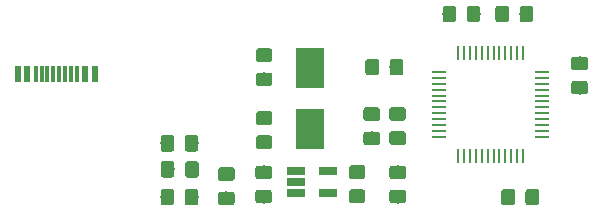
<source format=gbr>
G04 #@! TF.GenerationSoftware,KiCad,Pcbnew,5.0.1*
G04 #@! TF.CreationDate,2019-02-06T13:48:55+01:00*
G04 #@! TF.ProjectId,keypad,6B65797061642E6B696361645F706362,rev?*
G04 #@! TF.SameCoordinates,Original*
G04 #@! TF.FileFunction,Paste,Top*
G04 #@! TF.FilePolarity,Positive*
%FSLAX46Y46*%
G04 Gerber Fmt 4.6, Leading zero omitted, Abs format (unit mm)*
G04 Created by KiCad (PCBNEW 5.0.1) date Wed 06 Feb 2019 01:48:55 PM CET*
%MOMM*%
%LPD*%
G01*
G04 APERTURE LIST*
%ADD10C,0.100000*%
%ADD11C,1.150000*%
%ADD12R,1.300000X0.250000*%
%ADD13R,0.250000X1.300000*%
%ADD14R,1.560000X0.650000*%
%ADD15R,2.400000X3.500000*%
%ADD16R,0.300000X1.450000*%
%ADD17R,0.600000X1.450000*%
G04 APERTURE END LIST*
D10*
G04 #@! TO.C,C1*
G36*
X177249505Y-53201204D02*
X177273773Y-53204804D01*
X177297572Y-53210765D01*
X177320671Y-53219030D01*
X177342850Y-53229520D01*
X177363893Y-53242132D01*
X177383599Y-53256747D01*
X177401777Y-53273223D01*
X177418253Y-53291401D01*
X177432868Y-53311107D01*
X177445480Y-53332150D01*
X177455970Y-53354329D01*
X177464235Y-53377428D01*
X177470196Y-53401227D01*
X177473796Y-53425495D01*
X177475000Y-53449999D01*
X177475000Y-54350001D01*
X177473796Y-54374505D01*
X177470196Y-54398773D01*
X177464235Y-54422572D01*
X177455970Y-54445671D01*
X177445480Y-54467850D01*
X177432868Y-54488893D01*
X177418253Y-54508599D01*
X177401777Y-54526777D01*
X177383599Y-54543253D01*
X177363893Y-54557868D01*
X177342850Y-54570480D01*
X177320671Y-54580970D01*
X177297572Y-54589235D01*
X177273773Y-54595196D01*
X177249505Y-54598796D01*
X177225001Y-54600000D01*
X176574999Y-54600000D01*
X176550495Y-54598796D01*
X176526227Y-54595196D01*
X176502428Y-54589235D01*
X176479329Y-54580970D01*
X176457150Y-54570480D01*
X176436107Y-54557868D01*
X176416401Y-54543253D01*
X176398223Y-54526777D01*
X176381747Y-54508599D01*
X176367132Y-54488893D01*
X176354520Y-54467850D01*
X176344030Y-54445671D01*
X176335765Y-54422572D01*
X176329804Y-54398773D01*
X176326204Y-54374505D01*
X176325000Y-54350001D01*
X176325000Y-53449999D01*
X176326204Y-53425495D01*
X176329804Y-53401227D01*
X176335765Y-53377428D01*
X176344030Y-53354329D01*
X176354520Y-53332150D01*
X176367132Y-53311107D01*
X176381747Y-53291401D01*
X176398223Y-53273223D01*
X176416401Y-53256747D01*
X176436107Y-53242132D01*
X176457150Y-53229520D01*
X176479329Y-53219030D01*
X176502428Y-53210765D01*
X176526227Y-53204804D01*
X176550495Y-53201204D01*
X176574999Y-53200000D01*
X177225001Y-53200000D01*
X177249505Y-53201204D01*
X177249505Y-53201204D01*
G37*
D11*
X176900000Y-53900000D03*
D10*
G36*
X175199505Y-53201204D02*
X175223773Y-53204804D01*
X175247572Y-53210765D01*
X175270671Y-53219030D01*
X175292850Y-53229520D01*
X175313893Y-53242132D01*
X175333599Y-53256747D01*
X175351777Y-53273223D01*
X175368253Y-53291401D01*
X175382868Y-53311107D01*
X175395480Y-53332150D01*
X175405970Y-53354329D01*
X175414235Y-53377428D01*
X175420196Y-53401227D01*
X175423796Y-53425495D01*
X175425000Y-53449999D01*
X175425000Y-54350001D01*
X175423796Y-54374505D01*
X175420196Y-54398773D01*
X175414235Y-54422572D01*
X175405970Y-54445671D01*
X175395480Y-54467850D01*
X175382868Y-54488893D01*
X175368253Y-54508599D01*
X175351777Y-54526777D01*
X175333599Y-54543253D01*
X175313893Y-54557868D01*
X175292850Y-54570480D01*
X175270671Y-54580970D01*
X175247572Y-54589235D01*
X175223773Y-54595196D01*
X175199505Y-54598796D01*
X175175001Y-54600000D01*
X174524999Y-54600000D01*
X174500495Y-54598796D01*
X174476227Y-54595196D01*
X174452428Y-54589235D01*
X174429329Y-54580970D01*
X174407150Y-54570480D01*
X174386107Y-54557868D01*
X174366401Y-54543253D01*
X174348223Y-54526777D01*
X174331747Y-54508599D01*
X174317132Y-54488893D01*
X174304520Y-54467850D01*
X174294030Y-54445671D01*
X174285765Y-54422572D01*
X174279804Y-54398773D01*
X174276204Y-54374505D01*
X174275000Y-54350001D01*
X174275000Y-53449999D01*
X174276204Y-53425495D01*
X174279804Y-53401227D01*
X174285765Y-53377428D01*
X174294030Y-53354329D01*
X174304520Y-53332150D01*
X174317132Y-53311107D01*
X174331747Y-53291401D01*
X174348223Y-53273223D01*
X174366401Y-53256747D01*
X174386107Y-53242132D01*
X174407150Y-53229520D01*
X174429329Y-53219030D01*
X174452428Y-53210765D01*
X174476227Y-53204804D01*
X174500495Y-53201204D01*
X174524999Y-53200000D01*
X175175001Y-53200000D01*
X175199505Y-53201204D01*
X175199505Y-53201204D01*
G37*
D11*
X174850000Y-53900000D03*
G04 #@! TD*
D10*
G04 #@! TO.C,C2*
G36*
X181374505Y-44051204D02*
X181398773Y-44054804D01*
X181422572Y-44060765D01*
X181445671Y-44069030D01*
X181467850Y-44079520D01*
X181488893Y-44092132D01*
X181508599Y-44106747D01*
X181526777Y-44123223D01*
X181543253Y-44141401D01*
X181557868Y-44161107D01*
X181570480Y-44182150D01*
X181580970Y-44204329D01*
X181589235Y-44227428D01*
X181595196Y-44251227D01*
X181598796Y-44275495D01*
X181600000Y-44299999D01*
X181600000Y-44950001D01*
X181598796Y-44974505D01*
X181595196Y-44998773D01*
X181589235Y-45022572D01*
X181580970Y-45045671D01*
X181570480Y-45067850D01*
X181557868Y-45088893D01*
X181543253Y-45108599D01*
X181526777Y-45126777D01*
X181508599Y-45143253D01*
X181488893Y-45157868D01*
X181467850Y-45170480D01*
X181445671Y-45180970D01*
X181422572Y-45189235D01*
X181398773Y-45195196D01*
X181374505Y-45198796D01*
X181350001Y-45200000D01*
X180449999Y-45200000D01*
X180425495Y-45198796D01*
X180401227Y-45195196D01*
X180377428Y-45189235D01*
X180354329Y-45180970D01*
X180332150Y-45170480D01*
X180311107Y-45157868D01*
X180291401Y-45143253D01*
X180273223Y-45126777D01*
X180256747Y-45108599D01*
X180242132Y-45088893D01*
X180229520Y-45067850D01*
X180219030Y-45045671D01*
X180210765Y-45022572D01*
X180204804Y-44998773D01*
X180201204Y-44974505D01*
X180200000Y-44950001D01*
X180200000Y-44299999D01*
X180201204Y-44275495D01*
X180204804Y-44251227D01*
X180210765Y-44227428D01*
X180219030Y-44204329D01*
X180229520Y-44182150D01*
X180242132Y-44161107D01*
X180256747Y-44141401D01*
X180273223Y-44123223D01*
X180291401Y-44106747D01*
X180311107Y-44092132D01*
X180332150Y-44079520D01*
X180354329Y-44069030D01*
X180377428Y-44060765D01*
X180401227Y-44054804D01*
X180425495Y-44051204D01*
X180449999Y-44050000D01*
X181350001Y-44050000D01*
X181374505Y-44051204D01*
X181374505Y-44051204D01*
G37*
D11*
X180900000Y-44625000D03*
D10*
G36*
X181374505Y-42001204D02*
X181398773Y-42004804D01*
X181422572Y-42010765D01*
X181445671Y-42019030D01*
X181467850Y-42029520D01*
X181488893Y-42042132D01*
X181508599Y-42056747D01*
X181526777Y-42073223D01*
X181543253Y-42091401D01*
X181557868Y-42111107D01*
X181570480Y-42132150D01*
X181580970Y-42154329D01*
X181589235Y-42177428D01*
X181595196Y-42201227D01*
X181598796Y-42225495D01*
X181600000Y-42249999D01*
X181600000Y-42900001D01*
X181598796Y-42924505D01*
X181595196Y-42948773D01*
X181589235Y-42972572D01*
X181580970Y-42995671D01*
X181570480Y-43017850D01*
X181557868Y-43038893D01*
X181543253Y-43058599D01*
X181526777Y-43076777D01*
X181508599Y-43093253D01*
X181488893Y-43107868D01*
X181467850Y-43120480D01*
X181445671Y-43130970D01*
X181422572Y-43139235D01*
X181398773Y-43145196D01*
X181374505Y-43148796D01*
X181350001Y-43150000D01*
X180449999Y-43150000D01*
X180425495Y-43148796D01*
X180401227Y-43145196D01*
X180377428Y-43139235D01*
X180354329Y-43130970D01*
X180332150Y-43120480D01*
X180311107Y-43107868D01*
X180291401Y-43093253D01*
X180273223Y-43076777D01*
X180256747Y-43058599D01*
X180242132Y-43038893D01*
X180229520Y-43017850D01*
X180219030Y-42995671D01*
X180210765Y-42972572D01*
X180204804Y-42948773D01*
X180201204Y-42924505D01*
X180200000Y-42900001D01*
X180200000Y-42249999D01*
X180201204Y-42225495D01*
X180204804Y-42201227D01*
X180210765Y-42177428D01*
X180219030Y-42154329D01*
X180229520Y-42132150D01*
X180242132Y-42111107D01*
X180256747Y-42091401D01*
X180273223Y-42073223D01*
X180291401Y-42056747D01*
X180311107Y-42042132D01*
X180332150Y-42029520D01*
X180354329Y-42019030D01*
X180377428Y-42010765D01*
X180401227Y-42004804D01*
X180425495Y-42001204D01*
X180449999Y-42000000D01*
X181350001Y-42000000D01*
X181374505Y-42001204D01*
X181374505Y-42001204D01*
G37*
D11*
X180900000Y-42575000D03*
G04 #@! TD*
D10*
G04 #@! TO.C,C3*
G36*
X170224505Y-37701204D02*
X170248773Y-37704804D01*
X170272572Y-37710765D01*
X170295671Y-37719030D01*
X170317850Y-37729520D01*
X170338893Y-37742132D01*
X170358599Y-37756747D01*
X170376777Y-37773223D01*
X170393253Y-37791401D01*
X170407868Y-37811107D01*
X170420480Y-37832150D01*
X170430970Y-37854329D01*
X170439235Y-37877428D01*
X170445196Y-37901227D01*
X170448796Y-37925495D01*
X170450000Y-37949999D01*
X170450000Y-38850001D01*
X170448796Y-38874505D01*
X170445196Y-38898773D01*
X170439235Y-38922572D01*
X170430970Y-38945671D01*
X170420480Y-38967850D01*
X170407868Y-38988893D01*
X170393253Y-39008599D01*
X170376777Y-39026777D01*
X170358599Y-39043253D01*
X170338893Y-39057868D01*
X170317850Y-39070480D01*
X170295671Y-39080970D01*
X170272572Y-39089235D01*
X170248773Y-39095196D01*
X170224505Y-39098796D01*
X170200001Y-39100000D01*
X169549999Y-39100000D01*
X169525495Y-39098796D01*
X169501227Y-39095196D01*
X169477428Y-39089235D01*
X169454329Y-39080970D01*
X169432150Y-39070480D01*
X169411107Y-39057868D01*
X169391401Y-39043253D01*
X169373223Y-39026777D01*
X169356747Y-39008599D01*
X169342132Y-38988893D01*
X169329520Y-38967850D01*
X169319030Y-38945671D01*
X169310765Y-38922572D01*
X169304804Y-38898773D01*
X169301204Y-38874505D01*
X169300000Y-38850001D01*
X169300000Y-37949999D01*
X169301204Y-37925495D01*
X169304804Y-37901227D01*
X169310765Y-37877428D01*
X169319030Y-37854329D01*
X169329520Y-37832150D01*
X169342132Y-37811107D01*
X169356747Y-37791401D01*
X169373223Y-37773223D01*
X169391401Y-37756747D01*
X169411107Y-37742132D01*
X169432150Y-37729520D01*
X169454329Y-37719030D01*
X169477428Y-37710765D01*
X169501227Y-37704804D01*
X169525495Y-37701204D01*
X169549999Y-37700000D01*
X170200001Y-37700000D01*
X170224505Y-37701204D01*
X170224505Y-37701204D01*
G37*
D11*
X169875000Y-38400000D03*
D10*
G36*
X172274505Y-37701204D02*
X172298773Y-37704804D01*
X172322572Y-37710765D01*
X172345671Y-37719030D01*
X172367850Y-37729520D01*
X172388893Y-37742132D01*
X172408599Y-37756747D01*
X172426777Y-37773223D01*
X172443253Y-37791401D01*
X172457868Y-37811107D01*
X172470480Y-37832150D01*
X172480970Y-37854329D01*
X172489235Y-37877428D01*
X172495196Y-37901227D01*
X172498796Y-37925495D01*
X172500000Y-37949999D01*
X172500000Y-38850001D01*
X172498796Y-38874505D01*
X172495196Y-38898773D01*
X172489235Y-38922572D01*
X172480970Y-38945671D01*
X172470480Y-38967850D01*
X172457868Y-38988893D01*
X172443253Y-39008599D01*
X172426777Y-39026777D01*
X172408599Y-39043253D01*
X172388893Y-39057868D01*
X172367850Y-39070480D01*
X172345671Y-39080970D01*
X172322572Y-39089235D01*
X172298773Y-39095196D01*
X172274505Y-39098796D01*
X172250001Y-39100000D01*
X171599999Y-39100000D01*
X171575495Y-39098796D01*
X171551227Y-39095196D01*
X171527428Y-39089235D01*
X171504329Y-39080970D01*
X171482150Y-39070480D01*
X171461107Y-39057868D01*
X171441401Y-39043253D01*
X171423223Y-39026777D01*
X171406747Y-39008599D01*
X171392132Y-38988893D01*
X171379520Y-38967850D01*
X171369030Y-38945671D01*
X171360765Y-38922572D01*
X171354804Y-38898773D01*
X171351204Y-38874505D01*
X171350000Y-38850001D01*
X171350000Y-37949999D01*
X171351204Y-37925495D01*
X171354804Y-37901227D01*
X171360765Y-37877428D01*
X171369030Y-37854329D01*
X171379520Y-37832150D01*
X171392132Y-37811107D01*
X171406747Y-37791401D01*
X171423223Y-37773223D01*
X171441401Y-37756747D01*
X171461107Y-37742132D01*
X171482150Y-37729520D01*
X171504329Y-37719030D01*
X171527428Y-37710765D01*
X171551227Y-37704804D01*
X171575495Y-37701204D01*
X171599999Y-37700000D01*
X172250001Y-37700000D01*
X172274505Y-37701204D01*
X172274505Y-37701204D01*
G37*
D11*
X171925000Y-38400000D03*
G04 #@! TD*
D10*
G04 #@! TO.C,C4*
G36*
X165974505Y-46276204D02*
X165998773Y-46279804D01*
X166022572Y-46285765D01*
X166045671Y-46294030D01*
X166067850Y-46304520D01*
X166088893Y-46317132D01*
X166108599Y-46331747D01*
X166126777Y-46348223D01*
X166143253Y-46366401D01*
X166157868Y-46386107D01*
X166170480Y-46407150D01*
X166180970Y-46429329D01*
X166189235Y-46452428D01*
X166195196Y-46476227D01*
X166198796Y-46500495D01*
X166200000Y-46524999D01*
X166200000Y-47175001D01*
X166198796Y-47199505D01*
X166195196Y-47223773D01*
X166189235Y-47247572D01*
X166180970Y-47270671D01*
X166170480Y-47292850D01*
X166157868Y-47313893D01*
X166143253Y-47333599D01*
X166126777Y-47351777D01*
X166108599Y-47368253D01*
X166088893Y-47382868D01*
X166067850Y-47395480D01*
X166045671Y-47405970D01*
X166022572Y-47414235D01*
X165998773Y-47420196D01*
X165974505Y-47423796D01*
X165950001Y-47425000D01*
X165049999Y-47425000D01*
X165025495Y-47423796D01*
X165001227Y-47420196D01*
X164977428Y-47414235D01*
X164954329Y-47405970D01*
X164932150Y-47395480D01*
X164911107Y-47382868D01*
X164891401Y-47368253D01*
X164873223Y-47351777D01*
X164856747Y-47333599D01*
X164842132Y-47313893D01*
X164829520Y-47292850D01*
X164819030Y-47270671D01*
X164810765Y-47247572D01*
X164804804Y-47223773D01*
X164801204Y-47199505D01*
X164800000Y-47175001D01*
X164800000Y-46524999D01*
X164801204Y-46500495D01*
X164804804Y-46476227D01*
X164810765Y-46452428D01*
X164819030Y-46429329D01*
X164829520Y-46407150D01*
X164842132Y-46386107D01*
X164856747Y-46366401D01*
X164873223Y-46348223D01*
X164891401Y-46331747D01*
X164911107Y-46317132D01*
X164932150Y-46304520D01*
X164954329Y-46294030D01*
X164977428Y-46285765D01*
X165001227Y-46279804D01*
X165025495Y-46276204D01*
X165049999Y-46275000D01*
X165950001Y-46275000D01*
X165974505Y-46276204D01*
X165974505Y-46276204D01*
G37*
D11*
X165500000Y-46850000D03*
D10*
G36*
X165974505Y-48326204D02*
X165998773Y-48329804D01*
X166022572Y-48335765D01*
X166045671Y-48344030D01*
X166067850Y-48354520D01*
X166088893Y-48367132D01*
X166108599Y-48381747D01*
X166126777Y-48398223D01*
X166143253Y-48416401D01*
X166157868Y-48436107D01*
X166170480Y-48457150D01*
X166180970Y-48479329D01*
X166189235Y-48502428D01*
X166195196Y-48526227D01*
X166198796Y-48550495D01*
X166200000Y-48574999D01*
X166200000Y-49225001D01*
X166198796Y-49249505D01*
X166195196Y-49273773D01*
X166189235Y-49297572D01*
X166180970Y-49320671D01*
X166170480Y-49342850D01*
X166157868Y-49363893D01*
X166143253Y-49383599D01*
X166126777Y-49401777D01*
X166108599Y-49418253D01*
X166088893Y-49432868D01*
X166067850Y-49445480D01*
X166045671Y-49455970D01*
X166022572Y-49464235D01*
X165998773Y-49470196D01*
X165974505Y-49473796D01*
X165950001Y-49475000D01*
X165049999Y-49475000D01*
X165025495Y-49473796D01*
X165001227Y-49470196D01*
X164977428Y-49464235D01*
X164954329Y-49455970D01*
X164932150Y-49445480D01*
X164911107Y-49432868D01*
X164891401Y-49418253D01*
X164873223Y-49401777D01*
X164856747Y-49383599D01*
X164842132Y-49363893D01*
X164829520Y-49342850D01*
X164819030Y-49320671D01*
X164810765Y-49297572D01*
X164804804Y-49273773D01*
X164801204Y-49249505D01*
X164800000Y-49225001D01*
X164800000Y-48574999D01*
X164801204Y-48550495D01*
X164804804Y-48526227D01*
X164810765Y-48502428D01*
X164819030Y-48479329D01*
X164829520Y-48457150D01*
X164842132Y-48436107D01*
X164856747Y-48416401D01*
X164873223Y-48398223D01*
X164891401Y-48381747D01*
X164911107Y-48367132D01*
X164932150Y-48354520D01*
X164954329Y-48344030D01*
X164977428Y-48335765D01*
X165001227Y-48329804D01*
X165025495Y-48326204D01*
X165049999Y-48325000D01*
X165950001Y-48325000D01*
X165974505Y-48326204D01*
X165974505Y-48326204D01*
G37*
D11*
X165500000Y-48900000D03*
G04 #@! TD*
D10*
G04 #@! TO.C,C5*
G36*
X163774505Y-48351204D02*
X163798773Y-48354804D01*
X163822572Y-48360765D01*
X163845671Y-48369030D01*
X163867850Y-48379520D01*
X163888893Y-48392132D01*
X163908599Y-48406747D01*
X163926777Y-48423223D01*
X163943253Y-48441401D01*
X163957868Y-48461107D01*
X163970480Y-48482150D01*
X163980970Y-48504329D01*
X163989235Y-48527428D01*
X163995196Y-48551227D01*
X163998796Y-48575495D01*
X164000000Y-48599999D01*
X164000000Y-49250001D01*
X163998796Y-49274505D01*
X163995196Y-49298773D01*
X163989235Y-49322572D01*
X163980970Y-49345671D01*
X163970480Y-49367850D01*
X163957868Y-49388893D01*
X163943253Y-49408599D01*
X163926777Y-49426777D01*
X163908599Y-49443253D01*
X163888893Y-49457868D01*
X163867850Y-49470480D01*
X163845671Y-49480970D01*
X163822572Y-49489235D01*
X163798773Y-49495196D01*
X163774505Y-49498796D01*
X163750001Y-49500000D01*
X162849999Y-49500000D01*
X162825495Y-49498796D01*
X162801227Y-49495196D01*
X162777428Y-49489235D01*
X162754329Y-49480970D01*
X162732150Y-49470480D01*
X162711107Y-49457868D01*
X162691401Y-49443253D01*
X162673223Y-49426777D01*
X162656747Y-49408599D01*
X162642132Y-49388893D01*
X162629520Y-49367850D01*
X162619030Y-49345671D01*
X162610765Y-49322572D01*
X162604804Y-49298773D01*
X162601204Y-49274505D01*
X162600000Y-49250001D01*
X162600000Y-48599999D01*
X162601204Y-48575495D01*
X162604804Y-48551227D01*
X162610765Y-48527428D01*
X162619030Y-48504329D01*
X162629520Y-48482150D01*
X162642132Y-48461107D01*
X162656747Y-48441401D01*
X162673223Y-48423223D01*
X162691401Y-48406747D01*
X162711107Y-48392132D01*
X162732150Y-48379520D01*
X162754329Y-48369030D01*
X162777428Y-48360765D01*
X162801227Y-48354804D01*
X162825495Y-48351204D01*
X162849999Y-48350000D01*
X163750001Y-48350000D01*
X163774505Y-48351204D01*
X163774505Y-48351204D01*
G37*
D11*
X163300000Y-48925000D03*
D10*
G36*
X163774505Y-46301204D02*
X163798773Y-46304804D01*
X163822572Y-46310765D01*
X163845671Y-46319030D01*
X163867850Y-46329520D01*
X163888893Y-46342132D01*
X163908599Y-46356747D01*
X163926777Y-46373223D01*
X163943253Y-46391401D01*
X163957868Y-46411107D01*
X163970480Y-46432150D01*
X163980970Y-46454329D01*
X163989235Y-46477428D01*
X163995196Y-46501227D01*
X163998796Y-46525495D01*
X164000000Y-46549999D01*
X164000000Y-47200001D01*
X163998796Y-47224505D01*
X163995196Y-47248773D01*
X163989235Y-47272572D01*
X163980970Y-47295671D01*
X163970480Y-47317850D01*
X163957868Y-47338893D01*
X163943253Y-47358599D01*
X163926777Y-47376777D01*
X163908599Y-47393253D01*
X163888893Y-47407868D01*
X163867850Y-47420480D01*
X163845671Y-47430970D01*
X163822572Y-47439235D01*
X163798773Y-47445196D01*
X163774505Y-47448796D01*
X163750001Y-47450000D01*
X162849999Y-47450000D01*
X162825495Y-47448796D01*
X162801227Y-47445196D01*
X162777428Y-47439235D01*
X162754329Y-47430970D01*
X162732150Y-47420480D01*
X162711107Y-47407868D01*
X162691401Y-47393253D01*
X162673223Y-47376777D01*
X162656747Y-47358599D01*
X162642132Y-47338893D01*
X162629520Y-47317850D01*
X162619030Y-47295671D01*
X162610765Y-47272572D01*
X162604804Y-47248773D01*
X162601204Y-47224505D01*
X162600000Y-47200001D01*
X162600000Y-46549999D01*
X162601204Y-46525495D01*
X162604804Y-46501227D01*
X162610765Y-46477428D01*
X162619030Y-46454329D01*
X162629520Y-46432150D01*
X162642132Y-46411107D01*
X162656747Y-46391401D01*
X162673223Y-46373223D01*
X162691401Y-46356747D01*
X162711107Y-46342132D01*
X162732150Y-46329520D01*
X162754329Y-46319030D01*
X162777428Y-46310765D01*
X162801227Y-46304804D01*
X162825495Y-46301204D01*
X162849999Y-46300000D01*
X163750001Y-46300000D01*
X163774505Y-46301204D01*
X163774505Y-46301204D01*
G37*
D11*
X163300000Y-46875000D03*
G04 #@! TD*
D10*
G04 #@! TO.C,C6*
G36*
X154674505Y-43351204D02*
X154698773Y-43354804D01*
X154722572Y-43360765D01*
X154745671Y-43369030D01*
X154767850Y-43379520D01*
X154788893Y-43392132D01*
X154808599Y-43406747D01*
X154826777Y-43423223D01*
X154843253Y-43441401D01*
X154857868Y-43461107D01*
X154870480Y-43482150D01*
X154880970Y-43504329D01*
X154889235Y-43527428D01*
X154895196Y-43551227D01*
X154898796Y-43575495D01*
X154900000Y-43599999D01*
X154900000Y-44250001D01*
X154898796Y-44274505D01*
X154895196Y-44298773D01*
X154889235Y-44322572D01*
X154880970Y-44345671D01*
X154870480Y-44367850D01*
X154857868Y-44388893D01*
X154843253Y-44408599D01*
X154826777Y-44426777D01*
X154808599Y-44443253D01*
X154788893Y-44457868D01*
X154767850Y-44470480D01*
X154745671Y-44480970D01*
X154722572Y-44489235D01*
X154698773Y-44495196D01*
X154674505Y-44498796D01*
X154650001Y-44500000D01*
X153749999Y-44500000D01*
X153725495Y-44498796D01*
X153701227Y-44495196D01*
X153677428Y-44489235D01*
X153654329Y-44480970D01*
X153632150Y-44470480D01*
X153611107Y-44457868D01*
X153591401Y-44443253D01*
X153573223Y-44426777D01*
X153556747Y-44408599D01*
X153542132Y-44388893D01*
X153529520Y-44367850D01*
X153519030Y-44345671D01*
X153510765Y-44322572D01*
X153504804Y-44298773D01*
X153501204Y-44274505D01*
X153500000Y-44250001D01*
X153500000Y-43599999D01*
X153501204Y-43575495D01*
X153504804Y-43551227D01*
X153510765Y-43527428D01*
X153519030Y-43504329D01*
X153529520Y-43482150D01*
X153542132Y-43461107D01*
X153556747Y-43441401D01*
X153573223Y-43423223D01*
X153591401Y-43406747D01*
X153611107Y-43392132D01*
X153632150Y-43379520D01*
X153654329Y-43369030D01*
X153677428Y-43360765D01*
X153701227Y-43354804D01*
X153725495Y-43351204D01*
X153749999Y-43350000D01*
X154650001Y-43350000D01*
X154674505Y-43351204D01*
X154674505Y-43351204D01*
G37*
D11*
X154200000Y-43925000D03*
D10*
G36*
X154674505Y-41301204D02*
X154698773Y-41304804D01*
X154722572Y-41310765D01*
X154745671Y-41319030D01*
X154767850Y-41329520D01*
X154788893Y-41342132D01*
X154808599Y-41356747D01*
X154826777Y-41373223D01*
X154843253Y-41391401D01*
X154857868Y-41411107D01*
X154870480Y-41432150D01*
X154880970Y-41454329D01*
X154889235Y-41477428D01*
X154895196Y-41501227D01*
X154898796Y-41525495D01*
X154900000Y-41549999D01*
X154900000Y-42200001D01*
X154898796Y-42224505D01*
X154895196Y-42248773D01*
X154889235Y-42272572D01*
X154880970Y-42295671D01*
X154870480Y-42317850D01*
X154857868Y-42338893D01*
X154843253Y-42358599D01*
X154826777Y-42376777D01*
X154808599Y-42393253D01*
X154788893Y-42407868D01*
X154767850Y-42420480D01*
X154745671Y-42430970D01*
X154722572Y-42439235D01*
X154698773Y-42445196D01*
X154674505Y-42448796D01*
X154650001Y-42450000D01*
X153749999Y-42450000D01*
X153725495Y-42448796D01*
X153701227Y-42445196D01*
X153677428Y-42439235D01*
X153654329Y-42430970D01*
X153632150Y-42420480D01*
X153611107Y-42407868D01*
X153591401Y-42393253D01*
X153573223Y-42376777D01*
X153556747Y-42358599D01*
X153542132Y-42338893D01*
X153529520Y-42317850D01*
X153519030Y-42295671D01*
X153510765Y-42272572D01*
X153504804Y-42248773D01*
X153501204Y-42224505D01*
X153500000Y-42200001D01*
X153500000Y-41549999D01*
X153501204Y-41525495D01*
X153504804Y-41501227D01*
X153510765Y-41477428D01*
X153519030Y-41454329D01*
X153529520Y-41432150D01*
X153542132Y-41411107D01*
X153556747Y-41391401D01*
X153573223Y-41373223D01*
X153591401Y-41356747D01*
X153611107Y-41342132D01*
X153632150Y-41329520D01*
X153654329Y-41319030D01*
X153677428Y-41310765D01*
X153701227Y-41304804D01*
X153725495Y-41301204D01*
X153749999Y-41300000D01*
X154650001Y-41300000D01*
X154674505Y-41301204D01*
X154674505Y-41301204D01*
G37*
D11*
X154200000Y-41875000D03*
G04 #@! TD*
D10*
G04 #@! TO.C,C7*
G36*
X154674505Y-46626204D02*
X154698773Y-46629804D01*
X154722572Y-46635765D01*
X154745671Y-46644030D01*
X154767850Y-46654520D01*
X154788893Y-46667132D01*
X154808599Y-46681747D01*
X154826777Y-46698223D01*
X154843253Y-46716401D01*
X154857868Y-46736107D01*
X154870480Y-46757150D01*
X154880970Y-46779329D01*
X154889235Y-46802428D01*
X154895196Y-46826227D01*
X154898796Y-46850495D01*
X154900000Y-46874999D01*
X154900000Y-47525001D01*
X154898796Y-47549505D01*
X154895196Y-47573773D01*
X154889235Y-47597572D01*
X154880970Y-47620671D01*
X154870480Y-47642850D01*
X154857868Y-47663893D01*
X154843253Y-47683599D01*
X154826777Y-47701777D01*
X154808599Y-47718253D01*
X154788893Y-47732868D01*
X154767850Y-47745480D01*
X154745671Y-47755970D01*
X154722572Y-47764235D01*
X154698773Y-47770196D01*
X154674505Y-47773796D01*
X154650001Y-47775000D01*
X153749999Y-47775000D01*
X153725495Y-47773796D01*
X153701227Y-47770196D01*
X153677428Y-47764235D01*
X153654329Y-47755970D01*
X153632150Y-47745480D01*
X153611107Y-47732868D01*
X153591401Y-47718253D01*
X153573223Y-47701777D01*
X153556747Y-47683599D01*
X153542132Y-47663893D01*
X153529520Y-47642850D01*
X153519030Y-47620671D01*
X153510765Y-47597572D01*
X153504804Y-47573773D01*
X153501204Y-47549505D01*
X153500000Y-47525001D01*
X153500000Y-46874999D01*
X153501204Y-46850495D01*
X153504804Y-46826227D01*
X153510765Y-46802428D01*
X153519030Y-46779329D01*
X153529520Y-46757150D01*
X153542132Y-46736107D01*
X153556747Y-46716401D01*
X153573223Y-46698223D01*
X153591401Y-46681747D01*
X153611107Y-46667132D01*
X153632150Y-46654520D01*
X153654329Y-46644030D01*
X153677428Y-46635765D01*
X153701227Y-46629804D01*
X153725495Y-46626204D01*
X153749999Y-46625000D01*
X154650001Y-46625000D01*
X154674505Y-46626204D01*
X154674505Y-46626204D01*
G37*
D11*
X154200000Y-47200000D03*
D10*
G36*
X154674505Y-48676204D02*
X154698773Y-48679804D01*
X154722572Y-48685765D01*
X154745671Y-48694030D01*
X154767850Y-48704520D01*
X154788893Y-48717132D01*
X154808599Y-48731747D01*
X154826777Y-48748223D01*
X154843253Y-48766401D01*
X154857868Y-48786107D01*
X154870480Y-48807150D01*
X154880970Y-48829329D01*
X154889235Y-48852428D01*
X154895196Y-48876227D01*
X154898796Y-48900495D01*
X154900000Y-48924999D01*
X154900000Y-49575001D01*
X154898796Y-49599505D01*
X154895196Y-49623773D01*
X154889235Y-49647572D01*
X154880970Y-49670671D01*
X154870480Y-49692850D01*
X154857868Y-49713893D01*
X154843253Y-49733599D01*
X154826777Y-49751777D01*
X154808599Y-49768253D01*
X154788893Y-49782868D01*
X154767850Y-49795480D01*
X154745671Y-49805970D01*
X154722572Y-49814235D01*
X154698773Y-49820196D01*
X154674505Y-49823796D01*
X154650001Y-49825000D01*
X153749999Y-49825000D01*
X153725495Y-49823796D01*
X153701227Y-49820196D01*
X153677428Y-49814235D01*
X153654329Y-49805970D01*
X153632150Y-49795480D01*
X153611107Y-49782868D01*
X153591401Y-49768253D01*
X153573223Y-49751777D01*
X153556747Y-49733599D01*
X153542132Y-49713893D01*
X153529520Y-49692850D01*
X153519030Y-49670671D01*
X153510765Y-49647572D01*
X153504804Y-49623773D01*
X153501204Y-49599505D01*
X153500000Y-49575001D01*
X153500000Y-48924999D01*
X153501204Y-48900495D01*
X153504804Y-48876227D01*
X153510765Y-48852428D01*
X153519030Y-48829329D01*
X153529520Y-48807150D01*
X153542132Y-48786107D01*
X153556747Y-48766401D01*
X153573223Y-48748223D01*
X153591401Y-48731747D01*
X153611107Y-48717132D01*
X153632150Y-48704520D01*
X153654329Y-48694030D01*
X153677428Y-48685765D01*
X153701227Y-48679804D01*
X153725495Y-48676204D01*
X153749999Y-48675000D01*
X154650001Y-48675000D01*
X154674505Y-48676204D01*
X154674505Y-48676204D01*
G37*
D11*
X154200000Y-49250000D03*
G04 #@! TD*
D10*
G04 #@! TO.C,C8*
G36*
X163699505Y-42201204D02*
X163723773Y-42204804D01*
X163747572Y-42210765D01*
X163770671Y-42219030D01*
X163792850Y-42229520D01*
X163813893Y-42242132D01*
X163833599Y-42256747D01*
X163851777Y-42273223D01*
X163868253Y-42291401D01*
X163882868Y-42311107D01*
X163895480Y-42332150D01*
X163905970Y-42354329D01*
X163914235Y-42377428D01*
X163920196Y-42401227D01*
X163923796Y-42425495D01*
X163925000Y-42449999D01*
X163925000Y-43350001D01*
X163923796Y-43374505D01*
X163920196Y-43398773D01*
X163914235Y-43422572D01*
X163905970Y-43445671D01*
X163895480Y-43467850D01*
X163882868Y-43488893D01*
X163868253Y-43508599D01*
X163851777Y-43526777D01*
X163833599Y-43543253D01*
X163813893Y-43557868D01*
X163792850Y-43570480D01*
X163770671Y-43580970D01*
X163747572Y-43589235D01*
X163723773Y-43595196D01*
X163699505Y-43598796D01*
X163675001Y-43600000D01*
X163024999Y-43600000D01*
X163000495Y-43598796D01*
X162976227Y-43595196D01*
X162952428Y-43589235D01*
X162929329Y-43580970D01*
X162907150Y-43570480D01*
X162886107Y-43557868D01*
X162866401Y-43543253D01*
X162848223Y-43526777D01*
X162831747Y-43508599D01*
X162817132Y-43488893D01*
X162804520Y-43467850D01*
X162794030Y-43445671D01*
X162785765Y-43422572D01*
X162779804Y-43398773D01*
X162776204Y-43374505D01*
X162775000Y-43350001D01*
X162775000Y-42449999D01*
X162776204Y-42425495D01*
X162779804Y-42401227D01*
X162785765Y-42377428D01*
X162794030Y-42354329D01*
X162804520Y-42332150D01*
X162817132Y-42311107D01*
X162831747Y-42291401D01*
X162848223Y-42273223D01*
X162866401Y-42256747D01*
X162886107Y-42242132D01*
X162907150Y-42229520D01*
X162929329Y-42219030D01*
X162952428Y-42210765D01*
X162976227Y-42204804D01*
X163000495Y-42201204D01*
X163024999Y-42200000D01*
X163675001Y-42200000D01*
X163699505Y-42201204D01*
X163699505Y-42201204D01*
G37*
D11*
X163350000Y-42900000D03*
D10*
G36*
X165749505Y-42201204D02*
X165773773Y-42204804D01*
X165797572Y-42210765D01*
X165820671Y-42219030D01*
X165842850Y-42229520D01*
X165863893Y-42242132D01*
X165883599Y-42256747D01*
X165901777Y-42273223D01*
X165918253Y-42291401D01*
X165932868Y-42311107D01*
X165945480Y-42332150D01*
X165955970Y-42354329D01*
X165964235Y-42377428D01*
X165970196Y-42401227D01*
X165973796Y-42425495D01*
X165975000Y-42449999D01*
X165975000Y-43350001D01*
X165973796Y-43374505D01*
X165970196Y-43398773D01*
X165964235Y-43422572D01*
X165955970Y-43445671D01*
X165945480Y-43467850D01*
X165932868Y-43488893D01*
X165918253Y-43508599D01*
X165901777Y-43526777D01*
X165883599Y-43543253D01*
X165863893Y-43557868D01*
X165842850Y-43570480D01*
X165820671Y-43580970D01*
X165797572Y-43589235D01*
X165773773Y-43595196D01*
X165749505Y-43598796D01*
X165725001Y-43600000D01*
X165074999Y-43600000D01*
X165050495Y-43598796D01*
X165026227Y-43595196D01*
X165002428Y-43589235D01*
X164979329Y-43580970D01*
X164957150Y-43570480D01*
X164936107Y-43557868D01*
X164916401Y-43543253D01*
X164898223Y-43526777D01*
X164881747Y-43508599D01*
X164867132Y-43488893D01*
X164854520Y-43467850D01*
X164844030Y-43445671D01*
X164835765Y-43422572D01*
X164829804Y-43398773D01*
X164826204Y-43374505D01*
X164825000Y-43350001D01*
X164825000Y-42449999D01*
X164826204Y-42425495D01*
X164829804Y-42401227D01*
X164835765Y-42377428D01*
X164844030Y-42354329D01*
X164854520Y-42332150D01*
X164867132Y-42311107D01*
X164881747Y-42291401D01*
X164898223Y-42273223D01*
X164916401Y-42256747D01*
X164936107Y-42242132D01*
X164957150Y-42229520D01*
X164979329Y-42219030D01*
X165002428Y-42210765D01*
X165026227Y-42204804D01*
X165050495Y-42201204D01*
X165074999Y-42200000D01*
X165725001Y-42200000D01*
X165749505Y-42201204D01*
X165749505Y-42201204D01*
G37*
D11*
X165400000Y-42900000D03*
G04 #@! TD*
D10*
G04 #@! TO.C,R1*
G36*
X148399505Y-53201204D02*
X148423773Y-53204804D01*
X148447572Y-53210765D01*
X148470671Y-53219030D01*
X148492850Y-53229520D01*
X148513893Y-53242132D01*
X148533599Y-53256747D01*
X148551777Y-53273223D01*
X148568253Y-53291401D01*
X148582868Y-53311107D01*
X148595480Y-53332150D01*
X148605970Y-53354329D01*
X148614235Y-53377428D01*
X148620196Y-53401227D01*
X148623796Y-53425495D01*
X148625000Y-53449999D01*
X148625000Y-54350001D01*
X148623796Y-54374505D01*
X148620196Y-54398773D01*
X148614235Y-54422572D01*
X148605970Y-54445671D01*
X148595480Y-54467850D01*
X148582868Y-54488893D01*
X148568253Y-54508599D01*
X148551777Y-54526777D01*
X148533599Y-54543253D01*
X148513893Y-54557868D01*
X148492850Y-54570480D01*
X148470671Y-54580970D01*
X148447572Y-54589235D01*
X148423773Y-54595196D01*
X148399505Y-54598796D01*
X148375001Y-54600000D01*
X147724999Y-54600000D01*
X147700495Y-54598796D01*
X147676227Y-54595196D01*
X147652428Y-54589235D01*
X147629329Y-54580970D01*
X147607150Y-54570480D01*
X147586107Y-54557868D01*
X147566401Y-54543253D01*
X147548223Y-54526777D01*
X147531747Y-54508599D01*
X147517132Y-54488893D01*
X147504520Y-54467850D01*
X147494030Y-54445671D01*
X147485765Y-54422572D01*
X147479804Y-54398773D01*
X147476204Y-54374505D01*
X147475000Y-54350001D01*
X147475000Y-53449999D01*
X147476204Y-53425495D01*
X147479804Y-53401227D01*
X147485765Y-53377428D01*
X147494030Y-53354329D01*
X147504520Y-53332150D01*
X147517132Y-53311107D01*
X147531747Y-53291401D01*
X147548223Y-53273223D01*
X147566401Y-53256747D01*
X147586107Y-53242132D01*
X147607150Y-53229520D01*
X147629329Y-53219030D01*
X147652428Y-53210765D01*
X147676227Y-53204804D01*
X147700495Y-53201204D01*
X147724999Y-53200000D01*
X148375001Y-53200000D01*
X148399505Y-53201204D01*
X148399505Y-53201204D01*
G37*
D11*
X148050000Y-53900000D03*
D10*
G36*
X146349505Y-53201204D02*
X146373773Y-53204804D01*
X146397572Y-53210765D01*
X146420671Y-53219030D01*
X146442850Y-53229520D01*
X146463893Y-53242132D01*
X146483599Y-53256747D01*
X146501777Y-53273223D01*
X146518253Y-53291401D01*
X146532868Y-53311107D01*
X146545480Y-53332150D01*
X146555970Y-53354329D01*
X146564235Y-53377428D01*
X146570196Y-53401227D01*
X146573796Y-53425495D01*
X146575000Y-53449999D01*
X146575000Y-54350001D01*
X146573796Y-54374505D01*
X146570196Y-54398773D01*
X146564235Y-54422572D01*
X146555970Y-54445671D01*
X146545480Y-54467850D01*
X146532868Y-54488893D01*
X146518253Y-54508599D01*
X146501777Y-54526777D01*
X146483599Y-54543253D01*
X146463893Y-54557868D01*
X146442850Y-54570480D01*
X146420671Y-54580970D01*
X146397572Y-54589235D01*
X146373773Y-54595196D01*
X146349505Y-54598796D01*
X146325001Y-54600000D01*
X145674999Y-54600000D01*
X145650495Y-54598796D01*
X145626227Y-54595196D01*
X145602428Y-54589235D01*
X145579329Y-54580970D01*
X145557150Y-54570480D01*
X145536107Y-54557868D01*
X145516401Y-54543253D01*
X145498223Y-54526777D01*
X145481747Y-54508599D01*
X145467132Y-54488893D01*
X145454520Y-54467850D01*
X145444030Y-54445671D01*
X145435765Y-54422572D01*
X145429804Y-54398773D01*
X145426204Y-54374505D01*
X145425000Y-54350001D01*
X145425000Y-53449999D01*
X145426204Y-53425495D01*
X145429804Y-53401227D01*
X145435765Y-53377428D01*
X145444030Y-53354329D01*
X145454520Y-53332150D01*
X145467132Y-53311107D01*
X145481747Y-53291401D01*
X145498223Y-53273223D01*
X145516401Y-53256747D01*
X145536107Y-53242132D01*
X145557150Y-53229520D01*
X145579329Y-53219030D01*
X145602428Y-53210765D01*
X145626227Y-53204804D01*
X145650495Y-53201204D01*
X145674999Y-53200000D01*
X146325001Y-53200000D01*
X146349505Y-53201204D01*
X146349505Y-53201204D01*
G37*
D11*
X146000000Y-53900000D03*
G04 #@! TD*
D10*
G04 #@! TO.C,R4*
G36*
X176749505Y-37701204D02*
X176773773Y-37704804D01*
X176797572Y-37710765D01*
X176820671Y-37719030D01*
X176842850Y-37729520D01*
X176863893Y-37742132D01*
X176883599Y-37756747D01*
X176901777Y-37773223D01*
X176918253Y-37791401D01*
X176932868Y-37811107D01*
X176945480Y-37832150D01*
X176955970Y-37854329D01*
X176964235Y-37877428D01*
X176970196Y-37901227D01*
X176973796Y-37925495D01*
X176975000Y-37949999D01*
X176975000Y-38850001D01*
X176973796Y-38874505D01*
X176970196Y-38898773D01*
X176964235Y-38922572D01*
X176955970Y-38945671D01*
X176945480Y-38967850D01*
X176932868Y-38988893D01*
X176918253Y-39008599D01*
X176901777Y-39026777D01*
X176883599Y-39043253D01*
X176863893Y-39057868D01*
X176842850Y-39070480D01*
X176820671Y-39080970D01*
X176797572Y-39089235D01*
X176773773Y-39095196D01*
X176749505Y-39098796D01*
X176725001Y-39100000D01*
X176074999Y-39100000D01*
X176050495Y-39098796D01*
X176026227Y-39095196D01*
X176002428Y-39089235D01*
X175979329Y-39080970D01*
X175957150Y-39070480D01*
X175936107Y-39057868D01*
X175916401Y-39043253D01*
X175898223Y-39026777D01*
X175881747Y-39008599D01*
X175867132Y-38988893D01*
X175854520Y-38967850D01*
X175844030Y-38945671D01*
X175835765Y-38922572D01*
X175829804Y-38898773D01*
X175826204Y-38874505D01*
X175825000Y-38850001D01*
X175825000Y-37949999D01*
X175826204Y-37925495D01*
X175829804Y-37901227D01*
X175835765Y-37877428D01*
X175844030Y-37854329D01*
X175854520Y-37832150D01*
X175867132Y-37811107D01*
X175881747Y-37791401D01*
X175898223Y-37773223D01*
X175916401Y-37756747D01*
X175936107Y-37742132D01*
X175957150Y-37729520D01*
X175979329Y-37719030D01*
X176002428Y-37710765D01*
X176026227Y-37704804D01*
X176050495Y-37701204D01*
X176074999Y-37700000D01*
X176725001Y-37700000D01*
X176749505Y-37701204D01*
X176749505Y-37701204D01*
G37*
D11*
X176400000Y-38400000D03*
D10*
G36*
X174699505Y-37701204D02*
X174723773Y-37704804D01*
X174747572Y-37710765D01*
X174770671Y-37719030D01*
X174792850Y-37729520D01*
X174813893Y-37742132D01*
X174833599Y-37756747D01*
X174851777Y-37773223D01*
X174868253Y-37791401D01*
X174882868Y-37811107D01*
X174895480Y-37832150D01*
X174905970Y-37854329D01*
X174914235Y-37877428D01*
X174920196Y-37901227D01*
X174923796Y-37925495D01*
X174925000Y-37949999D01*
X174925000Y-38850001D01*
X174923796Y-38874505D01*
X174920196Y-38898773D01*
X174914235Y-38922572D01*
X174905970Y-38945671D01*
X174895480Y-38967850D01*
X174882868Y-38988893D01*
X174868253Y-39008599D01*
X174851777Y-39026777D01*
X174833599Y-39043253D01*
X174813893Y-39057868D01*
X174792850Y-39070480D01*
X174770671Y-39080970D01*
X174747572Y-39089235D01*
X174723773Y-39095196D01*
X174699505Y-39098796D01*
X174675001Y-39100000D01*
X174024999Y-39100000D01*
X174000495Y-39098796D01*
X173976227Y-39095196D01*
X173952428Y-39089235D01*
X173929329Y-39080970D01*
X173907150Y-39070480D01*
X173886107Y-39057868D01*
X173866401Y-39043253D01*
X173848223Y-39026777D01*
X173831747Y-39008599D01*
X173817132Y-38988893D01*
X173804520Y-38967850D01*
X173794030Y-38945671D01*
X173785765Y-38922572D01*
X173779804Y-38898773D01*
X173776204Y-38874505D01*
X173775000Y-38850001D01*
X173775000Y-37949999D01*
X173776204Y-37925495D01*
X173779804Y-37901227D01*
X173785765Y-37877428D01*
X173794030Y-37854329D01*
X173804520Y-37832150D01*
X173817132Y-37811107D01*
X173831747Y-37791401D01*
X173848223Y-37773223D01*
X173866401Y-37756747D01*
X173886107Y-37742132D01*
X173907150Y-37729520D01*
X173929329Y-37719030D01*
X173952428Y-37710765D01*
X173976227Y-37704804D01*
X174000495Y-37701204D01*
X174024999Y-37700000D01*
X174675001Y-37700000D01*
X174699505Y-37701204D01*
X174699505Y-37701204D01*
G37*
D11*
X174350000Y-38400000D03*
G04 #@! TD*
D10*
G04 #@! TO.C,C9*
G36*
X154624505Y-51226204D02*
X154648773Y-51229804D01*
X154672572Y-51235765D01*
X154695671Y-51244030D01*
X154717850Y-51254520D01*
X154738893Y-51267132D01*
X154758599Y-51281747D01*
X154776777Y-51298223D01*
X154793253Y-51316401D01*
X154807868Y-51336107D01*
X154820480Y-51357150D01*
X154830970Y-51379329D01*
X154839235Y-51402428D01*
X154845196Y-51426227D01*
X154848796Y-51450495D01*
X154850000Y-51474999D01*
X154850000Y-52125001D01*
X154848796Y-52149505D01*
X154845196Y-52173773D01*
X154839235Y-52197572D01*
X154830970Y-52220671D01*
X154820480Y-52242850D01*
X154807868Y-52263893D01*
X154793253Y-52283599D01*
X154776777Y-52301777D01*
X154758599Y-52318253D01*
X154738893Y-52332868D01*
X154717850Y-52345480D01*
X154695671Y-52355970D01*
X154672572Y-52364235D01*
X154648773Y-52370196D01*
X154624505Y-52373796D01*
X154600001Y-52375000D01*
X153699999Y-52375000D01*
X153675495Y-52373796D01*
X153651227Y-52370196D01*
X153627428Y-52364235D01*
X153604329Y-52355970D01*
X153582150Y-52345480D01*
X153561107Y-52332868D01*
X153541401Y-52318253D01*
X153523223Y-52301777D01*
X153506747Y-52283599D01*
X153492132Y-52263893D01*
X153479520Y-52242850D01*
X153469030Y-52220671D01*
X153460765Y-52197572D01*
X153454804Y-52173773D01*
X153451204Y-52149505D01*
X153450000Y-52125001D01*
X153450000Y-51474999D01*
X153451204Y-51450495D01*
X153454804Y-51426227D01*
X153460765Y-51402428D01*
X153469030Y-51379329D01*
X153479520Y-51357150D01*
X153492132Y-51336107D01*
X153506747Y-51316401D01*
X153523223Y-51298223D01*
X153541401Y-51281747D01*
X153561107Y-51267132D01*
X153582150Y-51254520D01*
X153604329Y-51244030D01*
X153627428Y-51235765D01*
X153651227Y-51229804D01*
X153675495Y-51226204D01*
X153699999Y-51225000D01*
X154600001Y-51225000D01*
X154624505Y-51226204D01*
X154624505Y-51226204D01*
G37*
D11*
X154150000Y-51800000D03*
D10*
G36*
X154624505Y-53276204D02*
X154648773Y-53279804D01*
X154672572Y-53285765D01*
X154695671Y-53294030D01*
X154717850Y-53304520D01*
X154738893Y-53317132D01*
X154758599Y-53331747D01*
X154776777Y-53348223D01*
X154793253Y-53366401D01*
X154807868Y-53386107D01*
X154820480Y-53407150D01*
X154830970Y-53429329D01*
X154839235Y-53452428D01*
X154845196Y-53476227D01*
X154848796Y-53500495D01*
X154850000Y-53524999D01*
X154850000Y-54175001D01*
X154848796Y-54199505D01*
X154845196Y-54223773D01*
X154839235Y-54247572D01*
X154830970Y-54270671D01*
X154820480Y-54292850D01*
X154807868Y-54313893D01*
X154793253Y-54333599D01*
X154776777Y-54351777D01*
X154758599Y-54368253D01*
X154738893Y-54382868D01*
X154717850Y-54395480D01*
X154695671Y-54405970D01*
X154672572Y-54414235D01*
X154648773Y-54420196D01*
X154624505Y-54423796D01*
X154600001Y-54425000D01*
X153699999Y-54425000D01*
X153675495Y-54423796D01*
X153651227Y-54420196D01*
X153627428Y-54414235D01*
X153604329Y-54405970D01*
X153582150Y-54395480D01*
X153561107Y-54382868D01*
X153541401Y-54368253D01*
X153523223Y-54351777D01*
X153506747Y-54333599D01*
X153492132Y-54313893D01*
X153479520Y-54292850D01*
X153469030Y-54270671D01*
X153460765Y-54247572D01*
X153454804Y-54223773D01*
X153451204Y-54199505D01*
X153450000Y-54175001D01*
X153450000Y-53524999D01*
X153451204Y-53500495D01*
X153454804Y-53476227D01*
X153460765Y-53452428D01*
X153469030Y-53429329D01*
X153479520Y-53407150D01*
X153492132Y-53386107D01*
X153506747Y-53366401D01*
X153523223Y-53348223D01*
X153541401Y-53331747D01*
X153561107Y-53317132D01*
X153582150Y-53304520D01*
X153604329Y-53294030D01*
X153627428Y-53285765D01*
X153651227Y-53279804D01*
X153675495Y-53276204D01*
X153699999Y-53275000D01*
X154600001Y-53275000D01*
X154624505Y-53276204D01*
X154624505Y-53276204D01*
G37*
D11*
X154150000Y-53850000D03*
G04 #@! TD*
D10*
G04 #@! TO.C,C10*
G36*
X162549505Y-53251204D02*
X162573773Y-53254804D01*
X162597572Y-53260765D01*
X162620671Y-53269030D01*
X162642850Y-53279520D01*
X162663893Y-53292132D01*
X162683599Y-53306747D01*
X162701777Y-53323223D01*
X162718253Y-53341401D01*
X162732868Y-53361107D01*
X162745480Y-53382150D01*
X162755970Y-53404329D01*
X162764235Y-53427428D01*
X162770196Y-53451227D01*
X162773796Y-53475495D01*
X162775000Y-53499999D01*
X162775000Y-54150001D01*
X162773796Y-54174505D01*
X162770196Y-54198773D01*
X162764235Y-54222572D01*
X162755970Y-54245671D01*
X162745480Y-54267850D01*
X162732868Y-54288893D01*
X162718253Y-54308599D01*
X162701777Y-54326777D01*
X162683599Y-54343253D01*
X162663893Y-54357868D01*
X162642850Y-54370480D01*
X162620671Y-54380970D01*
X162597572Y-54389235D01*
X162573773Y-54395196D01*
X162549505Y-54398796D01*
X162525001Y-54400000D01*
X161624999Y-54400000D01*
X161600495Y-54398796D01*
X161576227Y-54395196D01*
X161552428Y-54389235D01*
X161529329Y-54380970D01*
X161507150Y-54370480D01*
X161486107Y-54357868D01*
X161466401Y-54343253D01*
X161448223Y-54326777D01*
X161431747Y-54308599D01*
X161417132Y-54288893D01*
X161404520Y-54267850D01*
X161394030Y-54245671D01*
X161385765Y-54222572D01*
X161379804Y-54198773D01*
X161376204Y-54174505D01*
X161375000Y-54150001D01*
X161375000Y-53499999D01*
X161376204Y-53475495D01*
X161379804Y-53451227D01*
X161385765Y-53427428D01*
X161394030Y-53404329D01*
X161404520Y-53382150D01*
X161417132Y-53361107D01*
X161431747Y-53341401D01*
X161448223Y-53323223D01*
X161466401Y-53306747D01*
X161486107Y-53292132D01*
X161507150Y-53279520D01*
X161529329Y-53269030D01*
X161552428Y-53260765D01*
X161576227Y-53254804D01*
X161600495Y-53251204D01*
X161624999Y-53250000D01*
X162525001Y-53250000D01*
X162549505Y-53251204D01*
X162549505Y-53251204D01*
G37*
D11*
X162075000Y-53825000D03*
D10*
G36*
X162549505Y-51201204D02*
X162573773Y-51204804D01*
X162597572Y-51210765D01*
X162620671Y-51219030D01*
X162642850Y-51229520D01*
X162663893Y-51242132D01*
X162683599Y-51256747D01*
X162701777Y-51273223D01*
X162718253Y-51291401D01*
X162732868Y-51311107D01*
X162745480Y-51332150D01*
X162755970Y-51354329D01*
X162764235Y-51377428D01*
X162770196Y-51401227D01*
X162773796Y-51425495D01*
X162775000Y-51449999D01*
X162775000Y-52100001D01*
X162773796Y-52124505D01*
X162770196Y-52148773D01*
X162764235Y-52172572D01*
X162755970Y-52195671D01*
X162745480Y-52217850D01*
X162732868Y-52238893D01*
X162718253Y-52258599D01*
X162701777Y-52276777D01*
X162683599Y-52293253D01*
X162663893Y-52307868D01*
X162642850Y-52320480D01*
X162620671Y-52330970D01*
X162597572Y-52339235D01*
X162573773Y-52345196D01*
X162549505Y-52348796D01*
X162525001Y-52350000D01*
X161624999Y-52350000D01*
X161600495Y-52348796D01*
X161576227Y-52345196D01*
X161552428Y-52339235D01*
X161529329Y-52330970D01*
X161507150Y-52320480D01*
X161486107Y-52307868D01*
X161466401Y-52293253D01*
X161448223Y-52276777D01*
X161431747Y-52258599D01*
X161417132Y-52238893D01*
X161404520Y-52217850D01*
X161394030Y-52195671D01*
X161385765Y-52172572D01*
X161379804Y-52148773D01*
X161376204Y-52124505D01*
X161375000Y-52100001D01*
X161375000Y-51449999D01*
X161376204Y-51425495D01*
X161379804Y-51401227D01*
X161385765Y-51377428D01*
X161394030Y-51354329D01*
X161404520Y-51332150D01*
X161417132Y-51311107D01*
X161431747Y-51291401D01*
X161448223Y-51273223D01*
X161466401Y-51256747D01*
X161486107Y-51242132D01*
X161507150Y-51229520D01*
X161529329Y-51219030D01*
X161552428Y-51210765D01*
X161576227Y-51204804D01*
X161600495Y-51201204D01*
X161624999Y-51200000D01*
X162525001Y-51200000D01*
X162549505Y-51201204D01*
X162549505Y-51201204D01*
G37*
D11*
X162075000Y-51775000D03*
G04 #@! TD*
D10*
G04 #@! TO.C,R5*
G36*
X165974505Y-53276204D02*
X165998773Y-53279804D01*
X166022572Y-53285765D01*
X166045671Y-53294030D01*
X166067850Y-53304520D01*
X166088893Y-53317132D01*
X166108599Y-53331747D01*
X166126777Y-53348223D01*
X166143253Y-53366401D01*
X166157868Y-53386107D01*
X166170480Y-53407150D01*
X166180970Y-53429329D01*
X166189235Y-53452428D01*
X166195196Y-53476227D01*
X166198796Y-53500495D01*
X166200000Y-53524999D01*
X166200000Y-54175001D01*
X166198796Y-54199505D01*
X166195196Y-54223773D01*
X166189235Y-54247572D01*
X166180970Y-54270671D01*
X166170480Y-54292850D01*
X166157868Y-54313893D01*
X166143253Y-54333599D01*
X166126777Y-54351777D01*
X166108599Y-54368253D01*
X166088893Y-54382868D01*
X166067850Y-54395480D01*
X166045671Y-54405970D01*
X166022572Y-54414235D01*
X165998773Y-54420196D01*
X165974505Y-54423796D01*
X165950001Y-54425000D01*
X165049999Y-54425000D01*
X165025495Y-54423796D01*
X165001227Y-54420196D01*
X164977428Y-54414235D01*
X164954329Y-54405970D01*
X164932150Y-54395480D01*
X164911107Y-54382868D01*
X164891401Y-54368253D01*
X164873223Y-54351777D01*
X164856747Y-54333599D01*
X164842132Y-54313893D01*
X164829520Y-54292850D01*
X164819030Y-54270671D01*
X164810765Y-54247572D01*
X164804804Y-54223773D01*
X164801204Y-54199505D01*
X164800000Y-54175001D01*
X164800000Y-53524999D01*
X164801204Y-53500495D01*
X164804804Y-53476227D01*
X164810765Y-53452428D01*
X164819030Y-53429329D01*
X164829520Y-53407150D01*
X164842132Y-53386107D01*
X164856747Y-53366401D01*
X164873223Y-53348223D01*
X164891401Y-53331747D01*
X164911107Y-53317132D01*
X164932150Y-53304520D01*
X164954329Y-53294030D01*
X164977428Y-53285765D01*
X165001227Y-53279804D01*
X165025495Y-53276204D01*
X165049999Y-53275000D01*
X165950001Y-53275000D01*
X165974505Y-53276204D01*
X165974505Y-53276204D01*
G37*
D11*
X165500000Y-53850000D03*
D10*
G36*
X165974505Y-51226204D02*
X165998773Y-51229804D01*
X166022572Y-51235765D01*
X166045671Y-51244030D01*
X166067850Y-51254520D01*
X166088893Y-51267132D01*
X166108599Y-51281747D01*
X166126777Y-51298223D01*
X166143253Y-51316401D01*
X166157868Y-51336107D01*
X166170480Y-51357150D01*
X166180970Y-51379329D01*
X166189235Y-51402428D01*
X166195196Y-51426227D01*
X166198796Y-51450495D01*
X166200000Y-51474999D01*
X166200000Y-52125001D01*
X166198796Y-52149505D01*
X166195196Y-52173773D01*
X166189235Y-52197572D01*
X166180970Y-52220671D01*
X166170480Y-52242850D01*
X166157868Y-52263893D01*
X166143253Y-52283599D01*
X166126777Y-52301777D01*
X166108599Y-52318253D01*
X166088893Y-52332868D01*
X166067850Y-52345480D01*
X166045671Y-52355970D01*
X166022572Y-52364235D01*
X165998773Y-52370196D01*
X165974505Y-52373796D01*
X165950001Y-52375000D01*
X165049999Y-52375000D01*
X165025495Y-52373796D01*
X165001227Y-52370196D01*
X164977428Y-52364235D01*
X164954329Y-52355970D01*
X164932150Y-52345480D01*
X164911107Y-52332868D01*
X164891401Y-52318253D01*
X164873223Y-52301777D01*
X164856747Y-52283599D01*
X164842132Y-52263893D01*
X164829520Y-52242850D01*
X164819030Y-52220671D01*
X164810765Y-52197572D01*
X164804804Y-52173773D01*
X164801204Y-52149505D01*
X164800000Y-52125001D01*
X164800000Y-51474999D01*
X164801204Y-51450495D01*
X164804804Y-51426227D01*
X164810765Y-51402428D01*
X164819030Y-51379329D01*
X164829520Y-51357150D01*
X164842132Y-51336107D01*
X164856747Y-51316401D01*
X164873223Y-51298223D01*
X164891401Y-51281747D01*
X164911107Y-51267132D01*
X164932150Y-51254520D01*
X164954329Y-51244030D01*
X164977428Y-51235765D01*
X165001227Y-51229804D01*
X165025495Y-51226204D01*
X165049999Y-51225000D01*
X165950001Y-51225000D01*
X165974505Y-51226204D01*
X165974505Y-51226204D01*
G37*
D11*
X165500000Y-51800000D03*
G04 #@! TD*
D12*
G04 #@! TO.C,U1*
X169025000Y-43300000D03*
X169025000Y-43800000D03*
X169025000Y-44300000D03*
X169025000Y-44800000D03*
X169025000Y-45300000D03*
X169025000Y-45800000D03*
X169025000Y-46300000D03*
X169025000Y-46800000D03*
X169025000Y-47300000D03*
X169025000Y-47800000D03*
X169025000Y-48300000D03*
X169025000Y-48800000D03*
D13*
X170625000Y-50400000D03*
X171125000Y-50400000D03*
X171625000Y-50400000D03*
X172125000Y-50400000D03*
X172625000Y-50400000D03*
X173125000Y-50400000D03*
X173625000Y-50400000D03*
X174125000Y-50400000D03*
X174625000Y-50400000D03*
X175125000Y-50400000D03*
X175625000Y-50400000D03*
X176125000Y-50400000D03*
D12*
X177725000Y-48800000D03*
X177725000Y-48300000D03*
X177725000Y-47800000D03*
X177725000Y-47300000D03*
X177725000Y-46800000D03*
X177725000Y-46300000D03*
X177725000Y-45800000D03*
X177725000Y-45300000D03*
X177725000Y-44800000D03*
X177725000Y-44300000D03*
X177725000Y-43800000D03*
X177725000Y-43300000D03*
D13*
X176125000Y-41700000D03*
X175625000Y-41700000D03*
X175125000Y-41700000D03*
X174625000Y-41700000D03*
X174125000Y-41700000D03*
X173625000Y-41700000D03*
X173125000Y-41700000D03*
X172625000Y-41700000D03*
X172125000Y-41700000D03*
X171625000Y-41700000D03*
X171125000Y-41700000D03*
X170625000Y-41700000D03*
G04 #@! TD*
D10*
G04 #@! TO.C,D1*
G36*
X151474505Y-51376204D02*
X151498773Y-51379804D01*
X151522572Y-51385765D01*
X151545671Y-51394030D01*
X151567850Y-51404520D01*
X151588893Y-51417132D01*
X151608599Y-51431747D01*
X151626777Y-51448223D01*
X151643253Y-51466401D01*
X151657868Y-51486107D01*
X151670480Y-51507150D01*
X151680970Y-51529329D01*
X151689235Y-51552428D01*
X151695196Y-51576227D01*
X151698796Y-51600495D01*
X151700000Y-51624999D01*
X151700000Y-52275001D01*
X151698796Y-52299505D01*
X151695196Y-52323773D01*
X151689235Y-52347572D01*
X151680970Y-52370671D01*
X151670480Y-52392850D01*
X151657868Y-52413893D01*
X151643253Y-52433599D01*
X151626777Y-52451777D01*
X151608599Y-52468253D01*
X151588893Y-52482868D01*
X151567850Y-52495480D01*
X151545671Y-52505970D01*
X151522572Y-52514235D01*
X151498773Y-52520196D01*
X151474505Y-52523796D01*
X151450001Y-52525000D01*
X150549999Y-52525000D01*
X150525495Y-52523796D01*
X150501227Y-52520196D01*
X150477428Y-52514235D01*
X150454329Y-52505970D01*
X150432150Y-52495480D01*
X150411107Y-52482868D01*
X150391401Y-52468253D01*
X150373223Y-52451777D01*
X150356747Y-52433599D01*
X150342132Y-52413893D01*
X150329520Y-52392850D01*
X150319030Y-52370671D01*
X150310765Y-52347572D01*
X150304804Y-52323773D01*
X150301204Y-52299505D01*
X150300000Y-52275001D01*
X150300000Y-51624999D01*
X150301204Y-51600495D01*
X150304804Y-51576227D01*
X150310765Y-51552428D01*
X150319030Y-51529329D01*
X150329520Y-51507150D01*
X150342132Y-51486107D01*
X150356747Y-51466401D01*
X150373223Y-51448223D01*
X150391401Y-51431747D01*
X150411107Y-51417132D01*
X150432150Y-51404520D01*
X150454329Y-51394030D01*
X150477428Y-51385765D01*
X150501227Y-51379804D01*
X150525495Y-51376204D01*
X150549999Y-51375000D01*
X151450001Y-51375000D01*
X151474505Y-51376204D01*
X151474505Y-51376204D01*
G37*
D11*
X151000000Y-51950000D03*
D10*
G36*
X151474505Y-53426204D02*
X151498773Y-53429804D01*
X151522572Y-53435765D01*
X151545671Y-53444030D01*
X151567850Y-53454520D01*
X151588893Y-53467132D01*
X151608599Y-53481747D01*
X151626777Y-53498223D01*
X151643253Y-53516401D01*
X151657868Y-53536107D01*
X151670480Y-53557150D01*
X151680970Y-53579329D01*
X151689235Y-53602428D01*
X151695196Y-53626227D01*
X151698796Y-53650495D01*
X151700000Y-53674999D01*
X151700000Y-54325001D01*
X151698796Y-54349505D01*
X151695196Y-54373773D01*
X151689235Y-54397572D01*
X151680970Y-54420671D01*
X151670480Y-54442850D01*
X151657868Y-54463893D01*
X151643253Y-54483599D01*
X151626777Y-54501777D01*
X151608599Y-54518253D01*
X151588893Y-54532868D01*
X151567850Y-54545480D01*
X151545671Y-54555970D01*
X151522572Y-54564235D01*
X151498773Y-54570196D01*
X151474505Y-54573796D01*
X151450001Y-54575000D01*
X150549999Y-54575000D01*
X150525495Y-54573796D01*
X150501227Y-54570196D01*
X150477428Y-54564235D01*
X150454329Y-54555970D01*
X150432150Y-54545480D01*
X150411107Y-54532868D01*
X150391401Y-54518253D01*
X150373223Y-54501777D01*
X150356747Y-54483599D01*
X150342132Y-54463893D01*
X150329520Y-54442850D01*
X150319030Y-54420671D01*
X150310765Y-54397572D01*
X150304804Y-54373773D01*
X150301204Y-54349505D01*
X150300000Y-54325001D01*
X150300000Y-53674999D01*
X150301204Y-53650495D01*
X150304804Y-53626227D01*
X150310765Y-53602428D01*
X150319030Y-53579329D01*
X150329520Y-53557150D01*
X150342132Y-53536107D01*
X150356747Y-53516401D01*
X150373223Y-53498223D01*
X150391401Y-53481747D01*
X150411107Y-53467132D01*
X150432150Y-53454520D01*
X150454329Y-53444030D01*
X150477428Y-53435765D01*
X150501227Y-53429804D01*
X150525495Y-53426204D01*
X150549999Y-53425000D01*
X151450001Y-53425000D01*
X151474505Y-53426204D01*
X151474505Y-53426204D01*
G37*
D11*
X151000000Y-54000000D03*
G04 #@! TD*
D10*
G04 #@! TO.C,R10*
G36*
X148399505Y-48651204D02*
X148423773Y-48654804D01*
X148447572Y-48660765D01*
X148470671Y-48669030D01*
X148492850Y-48679520D01*
X148513893Y-48692132D01*
X148533599Y-48706747D01*
X148551777Y-48723223D01*
X148568253Y-48741401D01*
X148582868Y-48761107D01*
X148595480Y-48782150D01*
X148605970Y-48804329D01*
X148614235Y-48827428D01*
X148620196Y-48851227D01*
X148623796Y-48875495D01*
X148625000Y-48899999D01*
X148625000Y-49800001D01*
X148623796Y-49824505D01*
X148620196Y-49848773D01*
X148614235Y-49872572D01*
X148605970Y-49895671D01*
X148595480Y-49917850D01*
X148582868Y-49938893D01*
X148568253Y-49958599D01*
X148551777Y-49976777D01*
X148533599Y-49993253D01*
X148513893Y-50007868D01*
X148492850Y-50020480D01*
X148470671Y-50030970D01*
X148447572Y-50039235D01*
X148423773Y-50045196D01*
X148399505Y-50048796D01*
X148375001Y-50050000D01*
X147724999Y-50050000D01*
X147700495Y-50048796D01*
X147676227Y-50045196D01*
X147652428Y-50039235D01*
X147629329Y-50030970D01*
X147607150Y-50020480D01*
X147586107Y-50007868D01*
X147566401Y-49993253D01*
X147548223Y-49976777D01*
X147531747Y-49958599D01*
X147517132Y-49938893D01*
X147504520Y-49917850D01*
X147494030Y-49895671D01*
X147485765Y-49872572D01*
X147479804Y-49848773D01*
X147476204Y-49824505D01*
X147475000Y-49800001D01*
X147475000Y-48899999D01*
X147476204Y-48875495D01*
X147479804Y-48851227D01*
X147485765Y-48827428D01*
X147494030Y-48804329D01*
X147504520Y-48782150D01*
X147517132Y-48761107D01*
X147531747Y-48741401D01*
X147548223Y-48723223D01*
X147566401Y-48706747D01*
X147586107Y-48692132D01*
X147607150Y-48679520D01*
X147629329Y-48669030D01*
X147652428Y-48660765D01*
X147676227Y-48654804D01*
X147700495Y-48651204D01*
X147724999Y-48650000D01*
X148375001Y-48650000D01*
X148399505Y-48651204D01*
X148399505Y-48651204D01*
G37*
D11*
X148050000Y-49350000D03*
D10*
G36*
X146349505Y-48651204D02*
X146373773Y-48654804D01*
X146397572Y-48660765D01*
X146420671Y-48669030D01*
X146442850Y-48679520D01*
X146463893Y-48692132D01*
X146483599Y-48706747D01*
X146501777Y-48723223D01*
X146518253Y-48741401D01*
X146532868Y-48761107D01*
X146545480Y-48782150D01*
X146555970Y-48804329D01*
X146564235Y-48827428D01*
X146570196Y-48851227D01*
X146573796Y-48875495D01*
X146575000Y-48899999D01*
X146575000Y-49800001D01*
X146573796Y-49824505D01*
X146570196Y-49848773D01*
X146564235Y-49872572D01*
X146555970Y-49895671D01*
X146545480Y-49917850D01*
X146532868Y-49938893D01*
X146518253Y-49958599D01*
X146501777Y-49976777D01*
X146483599Y-49993253D01*
X146463893Y-50007868D01*
X146442850Y-50020480D01*
X146420671Y-50030970D01*
X146397572Y-50039235D01*
X146373773Y-50045196D01*
X146349505Y-50048796D01*
X146325001Y-50050000D01*
X145674999Y-50050000D01*
X145650495Y-50048796D01*
X145626227Y-50045196D01*
X145602428Y-50039235D01*
X145579329Y-50030970D01*
X145557150Y-50020480D01*
X145536107Y-50007868D01*
X145516401Y-49993253D01*
X145498223Y-49976777D01*
X145481747Y-49958599D01*
X145467132Y-49938893D01*
X145454520Y-49917850D01*
X145444030Y-49895671D01*
X145435765Y-49872572D01*
X145429804Y-49848773D01*
X145426204Y-49824505D01*
X145425000Y-49800001D01*
X145425000Y-48899999D01*
X145426204Y-48875495D01*
X145429804Y-48851227D01*
X145435765Y-48827428D01*
X145444030Y-48804329D01*
X145454520Y-48782150D01*
X145467132Y-48761107D01*
X145481747Y-48741401D01*
X145498223Y-48723223D01*
X145516401Y-48706747D01*
X145536107Y-48692132D01*
X145557150Y-48679520D01*
X145579329Y-48669030D01*
X145602428Y-48660765D01*
X145626227Y-48654804D01*
X145650495Y-48651204D01*
X145674999Y-48650000D01*
X146325001Y-48650000D01*
X146349505Y-48651204D01*
X146349505Y-48651204D01*
G37*
D11*
X146000000Y-49350000D03*
G04 #@! TD*
D10*
G04 #@! TO.C,R11*
G36*
X146374505Y-50851204D02*
X146398773Y-50854804D01*
X146422572Y-50860765D01*
X146445671Y-50869030D01*
X146467850Y-50879520D01*
X146488893Y-50892132D01*
X146508599Y-50906747D01*
X146526777Y-50923223D01*
X146543253Y-50941401D01*
X146557868Y-50961107D01*
X146570480Y-50982150D01*
X146580970Y-51004329D01*
X146589235Y-51027428D01*
X146595196Y-51051227D01*
X146598796Y-51075495D01*
X146600000Y-51099999D01*
X146600000Y-52000001D01*
X146598796Y-52024505D01*
X146595196Y-52048773D01*
X146589235Y-52072572D01*
X146580970Y-52095671D01*
X146570480Y-52117850D01*
X146557868Y-52138893D01*
X146543253Y-52158599D01*
X146526777Y-52176777D01*
X146508599Y-52193253D01*
X146488893Y-52207868D01*
X146467850Y-52220480D01*
X146445671Y-52230970D01*
X146422572Y-52239235D01*
X146398773Y-52245196D01*
X146374505Y-52248796D01*
X146350001Y-52250000D01*
X145699999Y-52250000D01*
X145675495Y-52248796D01*
X145651227Y-52245196D01*
X145627428Y-52239235D01*
X145604329Y-52230970D01*
X145582150Y-52220480D01*
X145561107Y-52207868D01*
X145541401Y-52193253D01*
X145523223Y-52176777D01*
X145506747Y-52158599D01*
X145492132Y-52138893D01*
X145479520Y-52117850D01*
X145469030Y-52095671D01*
X145460765Y-52072572D01*
X145454804Y-52048773D01*
X145451204Y-52024505D01*
X145450000Y-52000001D01*
X145450000Y-51099999D01*
X145451204Y-51075495D01*
X145454804Y-51051227D01*
X145460765Y-51027428D01*
X145469030Y-51004329D01*
X145479520Y-50982150D01*
X145492132Y-50961107D01*
X145506747Y-50941401D01*
X145523223Y-50923223D01*
X145541401Y-50906747D01*
X145561107Y-50892132D01*
X145582150Y-50879520D01*
X145604329Y-50869030D01*
X145627428Y-50860765D01*
X145651227Y-50854804D01*
X145675495Y-50851204D01*
X145699999Y-50850000D01*
X146350001Y-50850000D01*
X146374505Y-50851204D01*
X146374505Y-50851204D01*
G37*
D11*
X146025000Y-51550000D03*
D10*
G36*
X148424505Y-50851204D02*
X148448773Y-50854804D01*
X148472572Y-50860765D01*
X148495671Y-50869030D01*
X148517850Y-50879520D01*
X148538893Y-50892132D01*
X148558599Y-50906747D01*
X148576777Y-50923223D01*
X148593253Y-50941401D01*
X148607868Y-50961107D01*
X148620480Y-50982150D01*
X148630970Y-51004329D01*
X148639235Y-51027428D01*
X148645196Y-51051227D01*
X148648796Y-51075495D01*
X148650000Y-51099999D01*
X148650000Y-52000001D01*
X148648796Y-52024505D01*
X148645196Y-52048773D01*
X148639235Y-52072572D01*
X148630970Y-52095671D01*
X148620480Y-52117850D01*
X148607868Y-52138893D01*
X148593253Y-52158599D01*
X148576777Y-52176777D01*
X148558599Y-52193253D01*
X148538893Y-52207868D01*
X148517850Y-52220480D01*
X148495671Y-52230970D01*
X148472572Y-52239235D01*
X148448773Y-52245196D01*
X148424505Y-52248796D01*
X148400001Y-52250000D01*
X147749999Y-52250000D01*
X147725495Y-52248796D01*
X147701227Y-52245196D01*
X147677428Y-52239235D01*
X147654329Y-52230970D01*
X147632150Y-52220480D01*
X147611107Y-52207868D01*
X147591401Y-52193253D01*
X147573223Y-52176777D01*
X147556747Y-52158599D01*
X147542132Y-52138893D01*
X147529520Y-52117850D01*
X147519030Y-52095671D01*
X147510765Y-52072572D01*
X147504804Y-52048773D01*
X147501204Y-52024505D01*
X147500000Y-52000001D01*
X147500000Y-51099999D01*
X147501204Y-51075495D01*
X147504804Y-51051227D01*
X147510765Y-51027428D01*
X147519030Y-51004329D01*
X147529520Y-50982150D01*
X147542132Y-50961107D01*
X147556747Y-50941401D01*
X147573223Y-50923223D01*
X147591401Y-50906747D01*
X147611107Y-50892132D01*
X147632150Y-50879520D01*
X147654329Y-50869030D01*
X147677428Y-50860765D01*
X147701227Y-50854804D01*
X147725495Y-50851204D01*
X147749999Y-50850000D01*
X148400001Y-50850000D01*
X148424505Y-50851204D01*
X148424505Y-50851204D01*
G37*
D11*
X148075000Y-51550000D03*
G04 #@! TD*
D14*
G04 #@! TO.C,U2*
X156875001Y-51675001D03*
X156875001Y-52625001D03*
X156875001Y-53575001D03*
X159575001Y-53575001D03*
X159575001Y-51675001D03*
G04 #@! TD*
D15*
G04 #@! TO.C,Y1*
X158100000Y-42975000D03*
X158100000Y-48175000D03*
G04 #@! TD*
D16*
G04 #@! TO.C,J3*
X134850000Y-43450000D03*
X135350000Y-43450000D03*
X135850000Y-43450000D03*
X136350000Y-43450000D03*
X136850000Y-43450000D03*
X137350000Y-43450000D03*
X137850000Y-43450000D03*
X138350000Y-43450000D03*
D17*
X134150000Y-43450000D03*
X133350000Y-43450000D03*
X139050000Y-43450000D03*
X139850000Y-43450000D03*
G04 #@! TD*
M02*

</source>
